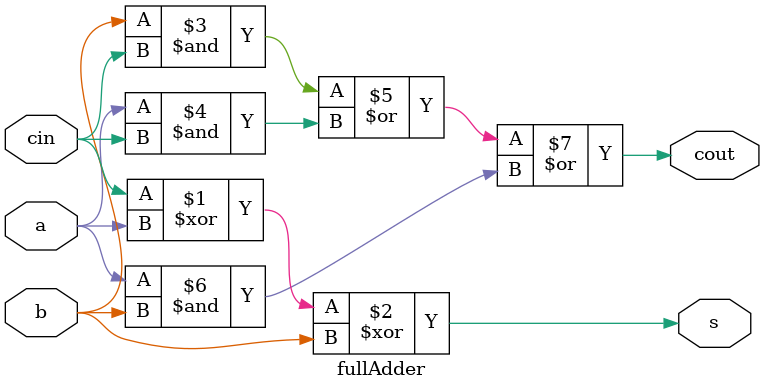
<source format=v>
module fullAdder(a, b, cin, s, cout);
  // 3C7 LabD 2010
  // a and b are the bits to add
  // cin is carry in
  input wire a, b, cin;
  
  // s is the sum of a and b. cout is any carry out bit
  // wires since just using assign here
  output wire s, cout;

  // logic for sum and carry
  assign s = cin ^ a ^ b;
  assign cout = (b & cin) | (a & cin) | (a & b); 
  
endmodule


</source>
